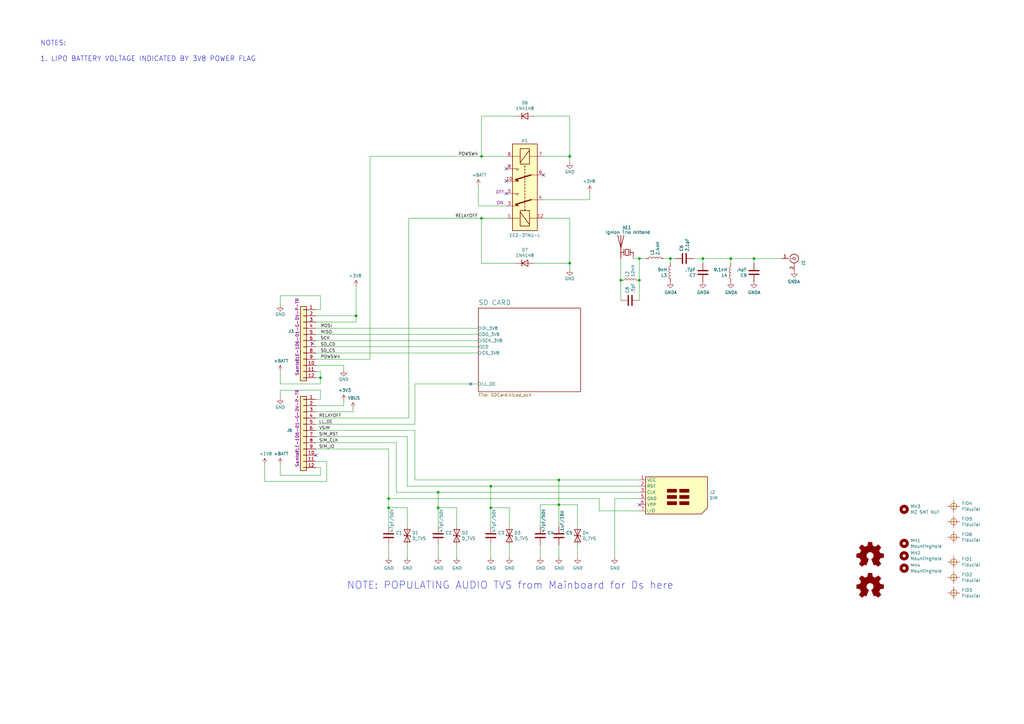
<source format=kicad_sch>
(kicad_sch (version 20230121) (generator eeschema)
  (paper "A3")
  (title_block (title "4G ROTARY CELLPHONE DAUGHTERBOARD") (company "J. Haupt") (comment 1 "Sky's Edge"))
  (lib_symbols
    (symbol "Connector:Conn_Coaxial" (pin_names (offset 1.016) hide)
      (property "Reference" "J" (at 0.254 3.048 0))
      (property "Value" "Conn_Coaxial" (at 2.921 0 90))
      (symbol "Conn_Coaxial_0_1"
        (arc (start -1.778 -0.508) (mid 0.222 -1.808) (end 1.778 0) (stroke (width 0.254)))
        (polyline (pts (xy -2.54 0) (xy -0.508 0)))
        (polyline (pts (xy 0 -2.54) (xy 0 -1.778)))
        (circle (center 0 0) (radius 0.508) (stroke (width 0.2032)))
        (arc (start 1.778 0) (mid 0.222 1.8083) (end -1.778 0.508) (stroke (width 0.254)))
      )
      (symbol "Conn_Coaxial_1_1"
        (pin passive line (at -5.08 0 0) (length 2.54) (name "In") (number "1"))
        (pin passive line (at 0 -5.08 90) (length 2.54) (name "Ext") (number "2"))
      )
    )
    (symbol "Connector:SIM_Card"
      (property "Reference" "J" (at -2.54 12.7 0))
      (property "Value" "SIM_Card" (at -1.27 10.16 0))
      (symbol "SIM_Card_0_1"
        (rectangle (start -1.27 -2.54) (end 2.54 -1.27) (stroke (width 0.254)) (fill (type outline)))
        (rectangle (start -1.27 0) (end 2.54 1.27) (stroke (width 0.254)) (fill (type outline)))
        (rectangle (start -1.27 2.54) (end 2.54 3.81) (stroke (width 0.254)) (fill (type outline)))
        (polyline (pts (xy -10.16 8.89) (xy 15.24 8.89) (xy 15.24 -3.81) (xy 12.7 -6.35) (xy -10.16 -6.35) (xy -10.16 8.89)) (stroke (width 0.254)) (fill (type background)))
        (rectangle (start 3.81 -1.27) (end 7.62 -2.54) (stroke (width 0.254)) (fill (type outline)))
        (rectangle (start 3.81 0) (end 7.62 1.27) (stroke (width 0.254)) (fill (type outline)))
        (rectangle (start 3.81 2.54) (end 7.62 3.81) (stroke (width 0.254)) (fill (type outline)))
      )
      (symbol "SIM_Card_1_1"
        (pin power_in line (at -12.7 7.62 0) (length 2.54) (name "VCC") (number "1"))
        (pin input line (at -12.7 5.08 0) (length 2.54) (name "RST") (number "2"))
        (pin input line (at -12.7 2.54 0) (length 2.54) (name "CLK") (number "3"))
        (pin power_in line (at -12.7 0 0) (length 2.54) (name "GND") (number "5"))
        (pin input line (at -12.7 -2.54 0) (length 2.54) (name "VPP") (number "6"))
        (pin bidirectional line (at -12.7 -5.08 0) (length 2.54) (name "I/O") (number "7"))
      )
    )
    (symbol "Connector_Generic:Conn_01x12" (pin_names (offset 1.016) hide)
      (property "Reference" "J" (at 0 15.24 0))
      (property "Value" "Conn_01x12" (at 0 -17.78 0))
      (symbol "Conn_01x12_1_1"
        (rectangle (start -1.27 -15.113) (end 0 -15.367) (stroke (width 0.1524)))
        (rectangle (start -1.27 -12.573) (end 0 -12.827) (stroke (width 0.1524)))
        (rectangle (start -1.27 -10.033) (end 0 -10.287) (stroke (width 0.1524)))
        (rectangle (start -1.27 -7.493) (end 0 -7.747) (stroke (width 0.1524)))
        (rectangle (start -1.27 -4.953) (end 0 -5.207) (stroke (width 0.1524)))
        (rectangle (start -1.27 -2.413) (end 0 -2.667) (stroke (width 0.1524)))
        (rectangle (start -1.27 0.127) (end 0 -0.127) (stroke (width 0.1524)))
        (rectangle (start -1.27 2.667) (end 0 2.413) (stroke (width 0.1524)))
        (rectangle (start -1.27 5.207) (end 0 4.953) (stroke (width 0.1524)))
        (rectangle (start -1.27 7.747) (end 0 7.493) (stroke (width 0.1524)))
        (rectangle (start -1.27 10.287) (end 0 10.033) (stroke (width 0.1524)))
        (rectangle (start -1.27 12.827) (end 0 12.573) (stroke (width 0.1524)))
        (rectangle (start -1.27 13.97) (end 1.27 -16.51) (stroke (width 0.254)) (fill (type background)))
        (pin passive line (at -5.08 12.7 0) (length 3.81) (name "Pin_1") (number "1"))
        (pin passive line (at -5.08 -10.16 0) (length 3.81) (name "Pin_10") (number "10"))
        (pin passive line (at -5.08 -12.7 0) (length 3.81) (name "Pin_11") (number "11"))
        (pin passive line (at -5.08 -15.24 0) (length 3.81) (name "Pin_12") (number "12"))
        (pin passive line (at -5.08 10.16 0) (length 3.81) (name "Pin_2") (number "2"))
        (pin passive line (at -5.08 7.62 0) (length 3.81) (name "Pin_3") (number "3"))
        (pin passive line (at -5.08 5.08 0) (length 3.81) (name "Pin_4") (number "4"))
        (pin passive line (at -5.08 2.54 0) (length 3.81) (name "Pin_5") (number "5"))
        (pin passive line (at -5.08 0 0) (length 3.81) (name "Pin_6") (number "6"))
        (pin passive line (at -5.08 -2.54 0) (length 3.81) (name "Pin_7") (number "7"))
        (pin passive line (at -5.08 -5.08 0) (length 3.81) (name "Pin_8") (number "8"))
        (pin passive line (at -5.08 -7.62 0) (length 3.81) (name "Pin_9") (number "9"))
      )
    )
    (symbol "Device:Antenna_Chip" (pin_numbers hide) (pin_names (offset 1.016) hide)
      (property "Reference" "AE" (at 0 5.08 0))
      (property "Value" "Antenna_Chip" (at 0 3.175 0))
      (symbol "Antenna_Chip_0_1"
        (polyline (pts (xy -2.54 0) (xy -2.54 -0.635)) (stroke (width 0.254)))
        (polyline (pts (xy -2.54 0) (xy -1.27 0)) (stroke (width 0.254)))
        (polyline (pts (xy 1.27 0) (xy 2.54 0)) (stroke (width 0.254)))
        (polyline (pts (xy 1.27 1.27) (xy 1.27 -1.27)) (stroke (width 0.254)))
        (polyline (pts (xy 2.54 -0.635) (xy 2.54 0)))
        (polyline (pts (xy 2.54 6.985) (xy 2.54 -1.905)) (stroke (width 0.254)))
        (polyline (pts (xy -1.27 1.27) (xy -1.27 -1.27) (xy -1.27 0)) (stroke (width 0.254)))
        (polyline (pts (xy 3.81 6.985) (xy 2.54 1.905) (xy 1.27 6.985)) (stroke (width 0.254)))
        (polyline (pts (xy -0.635 1.27) (xy 0.635 1.27) (xy 0.635 -1.27) (xy -0.635 -1.27) (xy -0.635 1.27)) (stroke (width 0.254)))
      )
      (symbol "Antenna_Chip_1_1"
        (pin input line (at -2.54 -2.54 90) (length 2.54) (name "FEED") (number "1"))
        (pin passive line (at 2.54 -2.54 90) (length 2.54) (name "PCB_Trace") (number "2"))
      )
    )
    (symbol "Device:C" (pin_numbers hide) (pin_names (offset 0.254))
      (property "Reference" "C" (at 0.635 2.54 0))
      (property "Value" "C" (at 0.635 -2.54 0))
      (symbol "C_0_1"
        (polyline (pts (xy -2.032 -0.762) (xy 2.032 -0.762)) (stroke (width 0.508)))
        (polyline (pts (xy -2.032 0.762) (xy 2.032 0.762)) (stroke (width 0.508)))
      )
      (symbol "C_1_1"
        (pin passive line (at 0 3.81 270) (length 2.794) (name "~") (number "1"))
        (pin passive line (at 0 -3.81 90) (length 2.794) (name "~") (number "2"))
      )
    )
    (symbol "Device:D_TVS" (pin_numbers hide) (pin_names (offset 1.016) hide)
      (property "Reference" "D" (at 0 2.54 0))
      (property "Value" "D_TVS" (at 0 -2.54 0))
      (symbol "D_TVS_0_1"
        (polyline (pts (xy 1.27 0) (xy -1.27 0)))
        (polyline (pts (xy 0.508 1.27) (xy 0 1.27) (xy 0 -1.27) (xy -0.508 -1.27)) (stroke (width 0.254)))
        (polyline (pts (xy -2.54 1.27) (xy -2.54 -1.27) (xy 2.54 1.27) (xy 2.54 -1.27) (xy -2.54 1.27)) (stroke (width 0.254)))
      )
      (symbol "D_TVS_1_1"
        (pin passive line (at -3.81 0 0) (length 2.54) (name "A1") (number "1"))
        (pin passive line (at 3.81 0 180) (length 2.54) (name "A2") (number "2"))
      )
    )
    (symbol "Device:L" (pin_numbers hide) (pin_names (offset 1.016) hide)
      (property "Reference" "L" (at -1.27 0 90))
      (property "Value" "L" (at 1.905 0 90))
      (symbol "L_0_1"
        (arc (start 0 -2.54) (mid 0.6323 -1.905) (end 0 -1.27))
        (arc (start 0 -1.27) (mid 0.6323 -0.635) (end 0 0))
        (arc (start 0 0) (mid 0.6323 0.635) (end 0 1.27))
        (arc (start 0 1.27) (mid 0.6323 1.905) (end 0 2.54))
      )
      (symbol "L_1_1"
        (pin passive line (at 0 3.81 270) (length 1.27) (name "1") (number "1"))
        (pin passive line (at 0 -3.81 90) (length 1.27) (name "2") (number "2"))
      )
    )
    (symbol "Diode:1N4148" (pin_numbers hide) (pin_names (offset 1.016) hide)
      (property "Reference" "D" (at 0 2.54 0))
      (property "Value" "1N4148" (at 0 -2.54 0))
      (symbol "1N4148_0_1"
        (polyline (pts (xy -1.27 1.27) (xy -1.27 -1.27)) (stroke (width 0.254)))
        (polyline (pts (xy 1.27 0) (xy -1.27 0)))
        (polyline (pts (xy 1.27 1.27) (xy 1.27 -1.27) (xy -1.27 0) (xy 1.27 1.27)) (stroke (width 0.254)))
      )
      (symbol "1N4148_1_1"
        (pin passive line (at -3.81 0 0) (length 2.54) (name "K") (number "1"))
        (pin passive line (at 3.81 0 180) (length 2.54) (name "A") (number "2"))
      )
    )
    (symbol "Graphic:Logo_Open_Hardware_Small" (pin_names (offset 1.016))
      (symbol "Logo_Open_Hardware_Small_0_1"
        (polyline (pts (xy 3.3528 -4.3434) (xy 3.302 -4.318) (xy 3.175 -4.2418) (xy 2.9972 -4.1148) (xy 2.7686 -3.9624) (xy 2.54 -3.81) (xy 2.3622 -3.7084) (xy 2.2352 -3.6068) (xy 2.1844 -3.5814) (xy 2.159 -3.6068) (xy 2.0574 -3.6576) (xy 1.905 -3.7338) (xy 1.8034 -3.7846) (xy 1.6764 -3.8354) (xy 1.6002 -3.8354) (xy 1.6002 -3.8354) (xy 1.5494 -3.7338) (xy 1.4732 -3.5306) (xy 1.3462 -3.302) (xy 1.2446 -3.0226) (xy 1.1176 -2.7178) (xy 0.9652 -2.413) (xy 0.8636 -2.1082) (xy 0.7366 -1.8288) (xy 0.6604 -1.6256) (xy 0.6096 -1.4732) (xy 0.5842 -1.397) (xy 0.5842 -1.397) (xy 0.6604 -1.3208) (xy 0.7874 -1.2446) (xy 1.0414 -1.016) (xy 1.2954 -0.6858) (xy 1.4478 -0.3302) (xy 1.524 0.0762) (xy 1.4732 0.4572) (xy 1.3208 0.8128) (xy 1.0668 1.143) (xy 0.762 1.3716) (xy 0.4064 1.524) (xy 0 1.5748) (xy -0.381 1.5494) (xy -0.7366 1.397) (xy -1.0668 1.143) (xy -1.2192 0.9906) (xy -1.397 0.6604) (xy -1.524 0.3048) (xy -1.524 0.2286) (xy -1.4986 -0.1778) (xy -1.397 -0.5334) (xy -1.1938 -0.8636) (xy -0.9144 -1.143) (xy -0.8636 -1.1684) (xy -0.7366 -1.27) (xy -0.635 -1.3462) (xy -0.5842 -1.397) (xy -1.0668 -2.5908) (xy -1.143 -2.794) (xy -1.2954 -3.1242) (xy -1.397 -3.4036) (xy -1.4986 -3.6322) (xy -1.5748 -3.7846) (xy -1.6002 -3.8354) (xy -1.6002 -3.8354) (xy -1.651 -3.8354) (xy -1.7272 -3.81) (xy -1.905 -3.7338) (xy -2.0066 -3.683) (xy -2.1336 -3.6068) (xy -2.2098 -3.5814) (xy -2.2606 -3.6068) (xy -2.3622 -3.683) (xy -2.54 -3.81) (xy -2.7686 -3.9624) (xy -2.9718 -4.0894) (xy -3.1496 -4.2164) (xy -3.302 -4.318) (xy -3.3528 -4.3434) (xy -3.3782 -4.3434) (xy -3.429 -4.318) (xy -3.5306 -4.2164) (xy -3.7084 -4.064) (xy -3.937 -3.8354) (xy -3.9624 -3.81) (xy -4.1656 -3.6068) (xy -4.318 -3.4544) (xy -4.4196 -3.3274) (xy -4.445 -3.2766) (xy -4.445 -3.2766) (xy -4.4196 -3.2258) (xy -4.318 -3.0734) (xy -4.2164 -2.8956) (xy -4.064 -2.667) (xy -3.6576 -2.0828) (xy -3.8862 -1.5494) (xy -3.937 -1.3716) (xy -4.0386 -1.1684) (xy -4.0894 -1.0414) (xy -4.1148 -0.9652) (xy -4.191 -0.9398) (xy -4.318 -0.9144) (xy -4.5466 -0.8636) (xy -4.8006 -0.8128) (xy -5.0546 -0.7874) (xy -5.2578 -0.7366) (xy -5.4356 -0.7112) (xy -5.5118 -0.6858) (xy -5.5118 -0.6858) (xy -5.5372 -0.635) (xy -5.5372 -0.5588) (xy -5.5372 -0.4318) (xy -5.5626 -0.2286) (xy -5.5626 0.0762) (xy -5.5626 0.127) (xy -5.5372 0.4064) (xy -5.5372 0.635) (xy -5.5372 0.762) (xy -5.5372 0.8382) (xy -5.5372 0.8382) (xy -5.461 0.8382) (xy -5.3086 0.889) (xy -5.08 0.9144) (xy -4.826 0.9652) (xy -4.8006 0.9906) (xy -4.5466 1.0414) (xy -4.318 1.0668) (xy -4.1656 1.1176) (xy -4.0894 1.143) (xy -4.0894 1.143) (xy -4.0386 1.2446) (xy -3.9624 1.4224) (xy -3.8608 1.6256) (xy -3.7846 1.8288) (xy -3.7084 2.0066) (xy -3.6576 2.159) (xy -3.6322 2.2098) (xy -3.6322 2.2098) (xy -3.683 2.286) (xy -3.7592 2.413) (xy -3.8862 2.5908) (xy -4.064 2.8194) (xy -4.064 2.8448) (xy -4.2164 3.0734) (xy -4.3434 3.2512) (xy -4.4196 3.3782) (xy -4.445 3.4544) (xy -4.445 3.4544) (xy -4.3942 3.5052) (xy -4.2926 3.6322) (xy -4.1148 3.81) (xy -3.937 4.0132) (xy -3.8608 4.064) (xy -3.6576 4.2926) (xy -3.5052 4.4196) (xy -3.4036 4.4958) (xy -3.3528 4.5212) (xy -3.3528 4.5212) (xy -3.302 4.4704) (xy -3.1496 4.3688) (xy -2.9718 4.2418) (xy -2.7432 4.0894) (xy -2.7178 4.0894) (xy -2.4892 3.937) (xy -2.3114 3.81) (xy -2.1844 3.7084) (xy -2.1336 3.683) (xy -2.1082 3.683) (xy -2.032 3.7084) (xy -1.8542 3.7592) (xy -1.6764 3.8354) (xy -1.4732 3.937) (xy -1.27 4.0132) (xy -1.143 4.064) (xy -1.0668 4.1148) (xy -1.0668 4.1148) (xy -1.0414 4.191) (xy -1.016 4.3434) (xy -0.9652 4.572) (xy -0.9144 4.8514) (xy -0.889 4.9022) (xy -0.8382 5.1562) (xy -0.8128 5.3848) (xy -0.7874 5.5372) (xy -0.762 5.588) (xy -0.7112 5.6134) (xy -0.5842 5.6134) (xy -0.4064 5.6134) (xy -0.1524 5.6134) (xy 0.0762 5.6134) (xy 0.3302 5.6134) (xy 0.5334 5.6134) (xy 0.6858 5.588) (xy 0.7366 5.588) (xy 0.7366 5.588) (xy 0.762 5.5118) (xy 0.8128 5.334) (xy 0.8382 5.1054) (xy 0.9144 4.826) (xy 0.9144 4.7752) (xy 0.9652 4.5212) (xy 1.016 4.2926) (xy 1.0414 4.1402) (xy 1.0668 4.0894) (xy 1.0668 4.0894) (xy 1.1938 4.0386) (xy 1.3716 3.9624) (xy 1.5748 3.8608) (xy 2.0828 3.6576) (xy 2.7178 4.0894) (xy 2.7686 4.1402) (xy 2.9972 4.2926) (xy 3.175 4.4196) (xy 3.302 4.4958) (xy 3.3782 4.5212) (xy 3.3782 4.5212) (xy 3.429 4.4704) (xy 3.556 4.3434) (xy 3.7338 4.191) (xy 3.9116 3.9878) (xy 4.064 3.8354) (xy 4.2418 3.6576) (xy 4.3434 3.556) (xy 4.4196 3.4798) (xy 4.4196 3.429) (xy 4.4196 3.4036) (xy 4.3942 3.3274) (xy 4.2926 3.2004) (xy 4.1656 2.9972) (xy 4.0132 2.794) (xy 3.8862 2.5908) (xy 3.7592 2.3876) (xy 3.6576 2.2352) (xy 3.6322 2.159) (xy 3.6322 2.1336) (xy 3.683 2.0066) (xy 3.7592 1.8288) (xy 3.8608 1.6002) (xy 4.064 1.1176) (xy 4.3942 1.0414) (xy 4.5974 1.016) (xy 4.8768 0.9652) (xy 5.1308 0.9144) (xy 5.5372 0.8382) (xy 5.5626 -0.6604) (xy 5.4864 -0.6858) (xy 5.4356 -0.6858) (xy 5.2832 -0.7366) (xy 5.0546 -0.762) (xy 4.8006 -0.8128) (xy 4.5974 -0.8636) (xy 4.3688 -0.9144) (xy 4.2164 -0.9398) (xy 4.1402 -0.9398) (xy 4.1148 -0.9652) (xy 4.064 -1.0668) (xy 3.9878 -1.2446) (xy 3.9116 -1.4478) (xy 3.81 -1.651) (xy 3.7338 -1.8542) (xy 3.683 -2.0066) (xy 3.6576 -2.0828) (xy 3.683 -2.1336) (xy 3.7846 -2.2606) (xy 3.8862 -2.4638) (xy 4.0386 -2.667) (xy 4.191 -2.8956) (xy 4.318 -3.0734) (xy 4.3942 -3.2004) (xy 4.445 -3.2766) (xy 4.4196 -3.3274) (xy 4.3434 -3.429) (xy 4.1656 -3.5814) (xy 3.937 -3.8354) (xy 3.8862 -3.8608) (xy 3.683 -4.064) (xy 3.5306 -4.2164) (xy 3.4036 -4.318) (xy 3.3528 -4.3434)) (fill (type outline)))
      )
    )
    (symbol "Mechanical:MountingHole" (pin_names (offset 1.016))
      (property "Reference" "H" (at 0 5.08 0))
      (property "Value" "MountingHole" (at 0 3.175 0))
      (symbol "MountingHole_0_1"
        (circle (center 0 0) (radius 1.27) (stroke (width 1.27)))
      )
    )
    (symbol "MyLibrary:Fiducial" (pin_names (offset 1.016))
      (property "Reference" "FID" (at 0 -3.81 0))
      (property "Value" "MyLibrary_Fiducial" (at 0 3.81 0))
      (symbol "Fiducial_0_1"
        (polyline (pts (xy -2.54 0) (xy 2.54 0)))
        (polyline (pts (xy 0 -2.54) (xy 0 2.54)))
        (circle (center 0 0) (radius 1.27) (fill (type background)))
      )
    )
    (symbol "MyLibrary:RELAY_2COIL" (pin_names (offset 1.016))
      (property "Reference" "K" (at -17.78 6.35 0))
      (property "Value" "MyLibrary_RELAY_2COIL" (at 20.32 -6.35 0))
      (symbol "RELAY_2COIL_1_1"
        (rectangle (start -17.78 5.08) (end 17.78 -5.08) (stroke (width 0.254)) (fill (type background)))
        (rectangle (start -15.875 1.905) (end -9.525 -1.905) (stroke (width 0.254)))
        (polyline (pts (xy -15.24 -1.905) (xy -10.16 1.905)) (stroke (width 0.254)))
        (polyline (pts (xy -12.7 -5.08) (xy -12.7 -1.905)))
        (polyline (pts (xy -12.7 5.08) (xy -12.7 1.905)))
        (polyline (pts (xy -9.525 0) (xy -8.89 0)) (stroke (width 0.254)))
        (polyline (pts (xy -9.525 0) (xy -8.89 0)) (stroke (width 0.254)))
        (polyline (pts (xy -8.255 0) (xy -7.62 0)) (stroke (width 0.254)))
        (polyline (pts (xy -7.62 2.54) (xy -7.62 5.08)))
        (polyline (pts (xy -6.985 0) (xy -6.35 0)) (stroke (width 0.254)))
        (polyline (pts (xy -5.715 0) (xy -5.08 0)) (stroke (width 0.254)))
        (polyline (pts (xy -5.08 -2.54) (xy -6.985 3.81)) (stroke (width 0.508)))
        (polyline (pts (xy -5.08 -2.54) (xy -5.08 -5.08)))
        (polyline (pts (xy -4.445 0) (xy -3.81 0)) (stroke (width 0.254)))
        (polyline (pts (xy -3.175 0) (xy -2.54 0)) (stroke (width 0.254)))
        (polyline (pts (xy -2.54 2.54) (xy -2.54 5.08)))
        (polyline (pts (xy -1.905 0) (xy -1.27 0)) (stroke (width 0.254)))
        (polyline (pts (xy -0.635 0) (xy 0 0)) (stroke (width 0.254)))
        (polyline (pts (xy 0.635 0) (xy 1.27 0)) (stroke (width 0.254)))
        (polyline (pts (xy 1.905 0) (xy 2.54 0)) (stroke (width 0.254)))
        (polyline (pts (xy 2.54 2.54) (xy 2.54 5.08)))
        (polyline (pts (xy 3.175 0) (xy 3.81 0)) (stroke (width 0.254)))
        (polyline (pts (xy 4.445 0) (xy 5.08 0)) (stroke (width 0.254)))
        (polyline (pts (xy 5.08 -2.54) (xy 3.175 3.81)) (stroke (width 0.508)))
        (polyline (pts (xy 5.08 -2.54) (xy 5.08 -5.08)))
        (polyline (pts (xy 5.715 0) (xy 6.35 0)) (stroke (width 0.254)))
        (polyline (pts (xy 6.985 0) (xy 7.62 0)) (stroke (width 0.254)))
        (polyline (pts (xy 7.62 2.54) (xy 7.62 5.08)))
        (polyline (pts (xy 8.255 0) (xy 8.89 0)) (stroke (width 0.254)))
        (polyline (pts (xy 8.255 0) (xy 8.89 0)) (stroke (width 0.254)))
        (polyline (pts (xy 12.7 -5.08) (xy 12.7 -1.905)))
        (polyline (pts (xy 12.7 5.08) (xy 12.7 1.905)))
        (polyline (pts (xy 15.24 -1.905) (xy 10.16 1.905)) (stroke (width 0.254)))
        (polyline (pts (xy -7.62 2.54) (xy -6.985 3.175) (xy -7.62 3.81)) (fill (type outline)))
        (polyline (pts (xy -2.54 2.54) (xy -3.175 3.175) (xy -2.54 3.81)))
        (polyline (pts (xy 2.54 2.54) (xy 3.175 3.175) (xy 2.54 3.81)) (fill (type outline)))
        (polyline (pts (xy 7.62 2.54) (xy 6.985 3.175) (xy 7.62 3.81)))
        (rectangle (start 15.875 1.905) (end 9.525 -1.905) (stroke (width 0.254)))
        (pin passive line (at -12.7 7.62 270) (length 2.54) (name "~") (number "1"))
        (pin passive line (at 2.54 7.62 270) (length 2.54) (name "~") (number "10"))
        (pin passive line (at -12.7 -7.62 90) (length 2.54) (name "~") (number "12"))
        (pin passive line (at -7.62 7.62 270) (length 2.54) (name "~") (number "3"))
        (pin passive line (at -5.08 -7.62 90) (length 2.54) (name "~") (number "4"))
        (pin passive line (at -2.54 7.62 270) (length 2.54) (name "~") (number "5"))
        (pin passive line (at 12.7 7.62 270) (length 2.54) (name "~") (number "6"))
        (pin passive line (at 12.7 -7.62 90) (length 2.54) (name "~") (number "7"))
        (pin passive line (at 7.62 7.62 270) (length 2.54) (name "~") (number "8"))
        (pin passive line (at 5.08 -7.62 90) (length 2.54) (name "~") (number "9"))
      )
    )
    (symbol "power:+1V8" (power) (pin_names (offset 0))
      (property "Value" "+1V8" (at 0 3.556 0))
      (symbol "+1V8_0_1"
        (polyline (pts (xy -0.762 1.27) (xy 0 2.54)))
        (polyline (pts (xy 0 0) (xy 0 2.54)))
        (polyline (pts (xy 0 2.54) (xy 0.762 1.27)))
      )
      (symbol "+1V8_1_1"
        (pin power_in line (at 0 0 90) (length 0) hide (name "+1V8") (number "1"))
      )
    )
    (symbol "power:+3V3" (power) (pin_names (offset 0))
      (property "Value" "+3V3" (at 0 3.556 0))
      (symbol "+3V3_0_1"
        (polyline (pts (xy -0.762 1.27) (xy 0 2.54)))
        (polyline (pts (xy 0 0) (xy 0 2.54)))
        (polyline (pts (xy 0 2.54) (xy 0.762 1.27)))
      )
      (symbol "+3V3_1_1"
        (pin power_in line (at 0 0 90) (length 0) hide (name "+3V3") (number "1"))
      )
    )
    (symbol "power:+3V8" (power) (pin_names (offset 0))
      (property "Value" "+3V8" (at 0 3.556 0))
      (symbol "+3V8_0_1"
        (polyline (pts (xy -0.762 1.27) (xy 0 2.54)))
        (polyline (pts (xy 0 0) (xy 0 2.54)))
        (polyline (pts (xy 0 2.54) (xy 0.762 1.27)))
      )
      (symbol "+3V8_1_1"
        (pin power_in line (at 0 0 90) (length 0) hide (name "+3V8") (number "1"))
      )
    )
    (symbol "power:+BATT" (power) (pin_names (offset 0))
      (property "Value" "+BATT" (at 0 3.556 0))
      (symbol "+BATT_0_1"
        (polyline (pts (xy -0.762 1.27) (xy 0 2.54)))
        (polyline (pts (xy 0 0) (xy 0 2.54)))
        (polyline (pts (xy 0 2.54) (xy 0.762 1.27)))
      )
      (symbol "+BATT_1_1"
        (pin power_in line (at 0 0 90) (length 0) hide (name "+BATT") (number "1"))
      )
    )
    (symbol "power:GND" (power) (pin_names (offset 0))
      (property "Value" "GND" (at 0 -3.81 0))
      (symbol "GND_0_1"
        (polyline (pts (xy 0 0) (xy 0 -1.27) (xy 1.27 -1.27) (xy 0 -2.54) (xy -1.27 -1.27) (xy 0 -1.27)))
      )
      (symbol "GND_1_1"
        (pin power_in line (at 0 0 270) (length 0) hide (name "GND") (number "1"))
      )
    )
    (symbol "power:GNDA" (power) (pin_names (offset 0))
      (property "Value" "GNDA" (at 0 -3.81 0))
      (symbol "GNDA_0_1"
        (polyline (pts (xy 0 0) (xy 0 -1.27) (xy 1.27 -1.27) (xy 0 -2.54) (xy -1.27 -1.27) (xy 0 -1.27)))
      )
      (symbol "GNDA_1_1"
        (pin power_in line (at 0 0 270) (length 0) hide (name "GNDA") (number "1"))
      )
    )
    (symbol "power:VBUS" (power) (pin_names (offset 0))
      (property "Value" "VBUS" (at 0 3.81 0))
      (symbol "VBUS_0_1"
        (polyline (pts (xy -0.762 1.27) (xy 0 2.54)))
        (polyline (pts (xy 0 0) (xy 0 2.54)))
        (polyline (pts (xy 0 2.54) (xy 0.762 1.27)))
      )
      (symbol "VBUS_1_1"
        (pin power_in line (at 0 0 90) (length 0) hide (name "VBUS") (number "1"))
      )
    )
  )
  (junction (at 201.295 208.28))
  (junction (at 233.68 64.135))
  (junction (at 254.635 114.935))
  (junction (at 179.705 201.93))
  (junction (at 233.68 107.95))
  (junction (at 229.235 196.85))
  (junction (at 197.485 89.535))
  (junction (at 159.385 208.28))
  (junction (at 309.245 106.045))
  (junction (at 131.445 154.94))
  (junction (at 262.255 114.935))
  (junction (at 274.955 106.045))
  (junction (at 201.295 199.39))
  (junction (at 229.235 207.01))
  (junction (at 197.485 64.135))
  (junction (at 179.705 208.28))
  (junction (at 146.05 129.54))
  (junction (at 159.385 204.47))
  (junction (at 262.255 106.045))
  (junction (at 288.29 106.045))
  (junction (at 299.72 106.045))
  (no_connect (at 207.645 69.215))
  (no_connect (at 207.645 74.295))
  (no_connect (at 128.27 140.97))
  (no_connect (at 193.04 157.48))
  (no_connect (at 207.645 79.375))
  (no_connect (at 222.885 71.755))
  (no_connect (at 129.54 186.69))
  (no_connect (at 262.255 207.01))
  (wire (pts (xy 197.485 64.135) (xy 197.485 47.625)))
  (wire (pts (xy 262.255 204.47) (xy 252.095 204.47)))
  (wire (pts (xy 133.985 189.23) (xy 133.985 197.485)))
  (wire (pts (xy 201.295 208.28) (xy 201.295 199.39)))
  (wire (pts (xy 144.78 168.91) (xy 129.54 168.91)))
  (wire (pts (xy 229.235 196.85) (xy 170.18 196.85)))
  (wire (pts (xy 129.54 132.08) (xy 146.05 132.08)))
  (wire (pts (xy 133.985 197.485) (xy 108.585 197.485)))
  (wire (pts (xy 179.705 215.9) (xy 179.705 208.28)))
  (wire (pts (xy 229.235 196.85) (xy 262.255 196.85)))
  (wire (pts (xy 170.18 196.85) (xy 170.18 176.53)))
  (wire (pts (xy 146.05 132.08) (xy 146.05 129.54)))
  (wire (pts (xy 129.54 144.78) (xy 196.215 144.78)))
  (wire (pts (xy 131.445 163.83) (xy 131.445 160.02)))
  (wire (pts (xy 201.295 215.9) (xy 201.295 208.28)))
  (wire (pts (xy 167.005 199.39) (xy 201.295 199.39)))
  (wire (pts (xy 236.855 215.9) (xy 236.855 207.01)))
  (wire (pts (xy 146.05 117.475) (xy 146.05 129.54)))
  (wire (pts (xy 201.295 199.39) (xy 262.255 199.39)))
  (wire (pts (xy 201.295 223.52) (xy 201.295 228.6)))
  (wire (pts (xy 233.68 64.135) (xy 222.885 64.135)))
  (wire (pts (xy 114.935 160.02) (xy 114.935 163.195)))
  (wire (pts (xy 151.765 64.135) (xy 197.485 64.135)))
  (wire (pts (xy 236.855 228.6) (xy 236.855 223.52)))
  (wire (pts (xy 187.325 208.28) (xy 179.705 208.28)))
  (wire (pts (xy 179.705 208.28) (xy 179.705 201.93)))
  (wire (pts (xy 245.745 204.47) (xy 245.745 209.55)))
  (wire (pts (xy 211.455 107.95) (xy 197.485 107.95)))
  (wire (pts (xy 274.955 107.95) (xy 274.955 106.045)))
  (wire (pts (xy 254.635 114.935) (xy 254.635 123.19)))
  (wire (pts (xy 167.64 89.535) (xy 197.485 89.535)))
  (wire (pts (xy 129.54 179.07) (xy 167.005 179.07)))
  (wire (pts (xy 236.855 207.01) (xy 229.235 207.01)))
  (wire (pts (xy 131.445 154.94) (xy 131.445 157.48)))
  (wire (pts (xy 129.54 163.83) (xy 131.445 163.83)))
  (wire (pts (xy 146.05 129.54) (xy 129.54 129.54)))
  (wire (pts (xy 241.935 81.915) (xy 241.935 78.74)))
  (wire (pts (xy 129.54 152.4) (xy 131.445 152.4)))
  (wire (pts (xy 197.485 47.625) (xy 211.455 47.625)))
  (wire (pts (xy 129.54 166.37) (xy 140.97 166.37)))
  (wire (pts (xy 229.235 215.9) (xy 229.235 207.01)))
  (wire (pts (xy 151.765 147.32) (xy 151.765 64.135)))
  (wire (pts (xy 108.585 197.485) (xy 108.585 190.5)))
  (wire (pts (xy 233.68 66.675) (xy 233.68 64.135)))
  (wire (pts (xy 129.54 149.86) (xy 140.97 149.86)))
  (wire (pts (xy 196.215 84.455) (xy 207.645 84.455)))
  (wire (pts (xy 129.54 184.15) (xy 159.385 184.15)))
  (wire (pts (xy 179.705 223.52) (xy 179.705 228.6)))
  (wire (pts (xy 170.18 173.99) (xy 170.18 157.48)))
  (wire (pts (xy 229.235 207.01) (xy 221.615 207.01)))
  (wire (pts (xy 288.29 106.045) (xy 288.29 107.95)))
  (wire (pts (xy 219.075 47.625) (xy 233.68 47.625)))
  (wire (pts (xy 129.54 189.23) (xy 133.985 189.23)))
  (wire (pts (xy 140.97 164.465) (xy 140.97 166.37)))
  (wire (pts (xy 262.255 106.045) (xy 264.795 106.045)))
  (wire (pts (xy 114.935 190.5) (xy 114.935 194.945)))
  (wire (pts (xy 208.915 215.9) (xy 208.915 208.28)))
  (wire (pts (xy 254.635 106.045) (xy 254.635 114.935)))
  (wire (pts (xy 167.005 215.9) (xy 167.005 208.28)))
  (wire (pts (xy 233.68 47.625) (xy 233.68 64.135)))
  (wire (pts (xy 259.715 106.045) (xy 262.255 106.045)))
  (wire (pts (xy 170.18 173.99) (xy 129.54 173.99)))
  (wire (pts (xy 167.64 171.45) (xy 167.64 89.535)))
  (wire (pts (xy 245.745 209.55) (xy 262.255 209.55)))
  (wire (pts (xy 197.485 107.95) (xy 197.485 89.535)))
  (wire (pts (xy 114.935 125.095) (xy 114.935 121.285)))
  (wire (pts (xy 262.255 114.935) (xy 262.255 106.045)))
  (wire (pts (xy 262.255 114.935) (xy 262.255 123.19)))
  (wire (pts (xy 159.385 184.15) (xy 159.385 204.47)))
  (wire (pts (xy 159.385 215.9) (xy 159.385 208.28)))
  (wire (pts (xy 222.885 81.915) (xy 241.935 81.915)))
  (wire (pts (xy 309.245 106.045) (xy 320.675 106.045)))
  (wire (pts (xy 114.935 121.285) (xy 131.445 121.285)))
  (wire (pts (xy 221.615 207.01) (xy 221.615 215.9)))
  (wire (pts (xy 131.445 194.945) (xy 131.445 191.77)))
  (wire (pts (xy 159.385 208.28) (xy 159.385 204.47)))
  (wire (pts (xy 196.215 76.2) (xy 196.215 84.455)))
  (wire (pts (xy 274.955 106.045) (xy 276.86 106.045)))
  (wire (pts (xy 208.915 223.52) (xy 208.915 228.6)))
  (wire (pts (xy 162.56 201.93) (xy 179.705 201.93)))
  (wire (pts (xy 207.645 64.135) (xy 197.485 64.135)))
  (wire (pts (xy 140.97 151.765) (xy 140.97 149.86)))
  (wire (pts (xy 129.54 171.45) (xy 167.64 171.45)))
  (wire (pts (xy 309.245 107.95) (xy 309.245 106.045)))
  (wire (pts (xy 222.885 89.535) (xy 233.68 89.535)))
  (wire (pts (xy 129.54 127) (xy 131.445 127)))
  (wire (pts (xy 272.415 106.045) (xy 274.955 106.045)))
  (wire (pts (xy 162.56 181.61) (xy 162.56 201.93)))
  (wire (pts (xy 229.235 223.52) (xy 229.235 228.6)))
  (wire (pts (xy 167.005 179.07) (xy 167.005 199.39)))
  (wire (pts (xy 221.615 223.52) (xy 221.615 228.6)))
  (wire (pts (xy 129.54 147.32) (xy 151.765 147.32)))
  (wire (pts (xy 114.935 157.48) (xy 114.935 152.4)))
  (wire (pts (xy 229.235 207.01) (xy 229.235 196.85)))
  (wire (pts (xy 129.54 137.16) (xy 196.215 137.16)))
  (wire (pts (xy 299.72 106.045) (xy 288.29 106.045)))
  (wire (pts (xy 284.48 106.045) (xy 288.29 106.045)))
  (wire (pts (xy 233.68 107.95) (xy 233.68 89.535)))
  (wire (pts (xy 252.095 204.47) (xy 252.095 228.6)))
  (wire (pts (xy 131.445 157.48) (xy 114.935 157.48)))
  (wire (pts (xy 129.54 142.24) (xy 196.215 142.24)))
  (wire (pts (xy 129.54 191.77) (xy 131.445 191.77)))
  (wire (pts (xy 219.075 107.95) (xy 233.68 107.95)))
  (wire (pts (xy 159.385 204.47) (xy 245.745 204.47)))
  (wire (pts (xy 131.445 127) (xy 131.445 121.285)))
  (wire (pts (xy 170.18 176.53) (xy 129.54 176.53)))
  (wire (pts (xy 129.54 134.62) (xy 196.215 134.62)))
  (wire (pts (xy 299.72 106.045) (xy 299.72 107.95)))
  (wire (pts (xy 309.245 106.045) (xy 299.72 106.045)))
  (wire (pts (xy 159.385 223.52) (xy 159.385 228.6)))
  (wire (pts (xy 167.005 208.28) (xy 159.385 208.28)))
  (wire (pts (xy 208.915 208.28) (xy 201.295 208.28)))
  (wire (pts (xy 129.54 154.94) (xy 131.445 154.94)))
  (wire (pts (xy 170.18 157.48) (xy 196.215 157.48)))
  (wire (pts (xy 114.935 194.945) (xy 131.445 194.945)))
  (wire (pts (xy 207.645 89.535) (xy 197.485 89.535)))
  (wire (pts (xy 233.68 110.49) (xy 233.68 107.95)))
  (wire (pts (xy 167.005 223.52) (xy 167.005 228.6)))
  (wire (pts (xy 187.325 223.52) (xy 187.325 228.6)))
  (wire (pts (xy 131.445 160.02) (xy 114.935 160.02)))
  (wire (pts (xy 187.325 215.9) (xy 187.325 208.28)))
  (wire (pts (xy 129.54 139.7) (xy 196.215 139.7)))
  (wire (pts (xy 144.78 167.64) (xy 144.78 168.91)))
  (wire (pts (xy 129.54 181.61) (xy 162.56 181.61)))
  (wire (pts (xy 131.445 152.4) (xy 131.445 154.94)))
  (wire (pts (xy 179.705 201.93) (xy 262.255 201.93)))
  (text "NOTES:\n\n1. LIPO BATTERY VOLTAGE INDICATED BY 3V8 POWER FLAG" (at 16.51 25.4 0) (effects (font (size 2.0066 2.0066)) (justify left bottom)))
  (text "NOTE: POPULATING AUDIO TVS from Mainboard for Ds here" (at 142.24 241.935 0) (effects (font (size 3 3)) (justify left bottom)))
  (label "SIM_CLK" (at 130.81 181.61 0))
  (label "RELAYOFF" (at 130.81 171.45 0))
  (label "SIM_IO" (at 130.81 184.15 0))
  (label "LL_OE" (at 130.81 173.99 0))
  (label "SIM_RST" (at 130.81 179.07 0))
  (label "SCK" (at 131.445 139.7 0))
  (label "SD_CS" (at 131.445 144.78 0))
  (label "VSIM" (at 130.81 176.53 0))
  (label "RELAYOFF" (at 186.69 89.535 0))
  (label "SD_CD" (at 131.445 142.24 0))
  (label "MOSI" (at 131.445 134.62 0))
  (label "POWSW4" (at 187.96 64.135 0))
  (label "MISO" (at 131.445 137.16 0))
  (label "POWSW4" (at 131.445 147.32 0))
  (symbol (lib_id "Mechanical:MountingHole") (at 370.84 233.045 0) (unit 1)
    (property "Reference" "MH4" (at 373.38 231.8766 0) (effects (justify left)))
    (property "Value" "MountingHole" (at 373.38 234.188 0) (effects (justify left)))
    (property "Footprint" "MountingHole:MountingHole_2.2mm_M2" (effects hide))
  )
  (symbol (lib_id "MyLibrary:Fiducial") (at 391.16 207.645 0) (unit 1)
    (property "Reference" "FID4" (at 394.4112 206.4766 0) (effects (justify left)))
    (property "Value" "Fiducial" (at 394.4112 208.788 0) (effects (justify left)))
    (property "Footprint" "Fiducial:Fiducial_0.75mm_Dia_1.5mm_Outer" (effects hide))
  )
  (symbol (lib_id "MyLibrary:Fiducial") (at 391.16 213.995 0) (unit 1)
    (property "Reference" "FID5" (at 394.4112 212.8266 0) (effects (justify left)))
    (property "Value" "Fiducial" (at 394.4112 215.138 0) (effects (justify left)))
    (property "Footprint" "Fiducial:Fiducial_0.75mm_Dia_1.5mm_Outer" (effects hide))
  )
  (symbol (lib_id "MyLibrary:Fiducial") (at 391.16 220.345 0) (unit 1)
    (property "Reference" "FID6" (at 394.4112 219.1766 0) (effects (justify left)))
    (property "Value" "Fiducial" (at 394.4112 221.488 0) (effects (justify left)))
    (property "Footprint" "Fiducial:Fiducial_0.75mm_Dia_1.5mm_Outer" (effects hide))
  )
  (symbol (lib_id "Graphic:Logo_Open_Hardware_Small") (at 356.87 227.965 0) (unit 1)
    (property "Reference" "LOGO1" (effects hide))
    (property "Value" "Logo1" (effects hide))
    (property "Footprint" "MyFootprints:SkysEdge_18mm" (effects hide))
  )
  (symbol (lib_id "Graphic:Logo_Open_Hardware_Small") (at 356.87 240.665 0) (unit 1)
    (property "Reference" "LOGO2" (effects hide))
    (property "Value" "Logo2" (effects hide))
    (property "Footprint" "MyFootprints:SkysEdge_18mm" (effects hide))
  )
  (symbol (lib_id "MyLibrary:Fiducial") (at 391.16 236.855 0) (unit 1)
    (property "Reference" "FID2" (at 394.4112 235.6866 0) (effects (justify left)))
    (property "Value" "Fiducial" (at 394.4112 237.998 0) (effects (justify left)))
    (property "Footprint" "Fiducial:Fiducial_0.75mm_Dia_1.5mm_Outer" (effects hide))
  )
  (symbol (lib_id "MyLibrary:Fiducial") (at 391.16 230.505 0) (unit 1)
    (property "Reference" "FID1" (at 394.4112 229.3366 0) (effects (justify left)))
    (property "Value" "Fiducial" (at 394.4112 231.648 0) (effects (justify left)))
    (property "Footprint" "Fiducial:Fiducial_0.75mm_Dia_1.5mm_Outer" (effects hide))
  )
  (symbol (lib_id "MyLibrary:Fiducial") (at 391.16 243.205 0) (unit 1)
    (property "Reference" "FID3" (at 394.4112 242.0366 0) (effects (justify left)))
    (property "Value" "Fiducial" (at 394.4112 244.348 0) (effects (justify left)))
    (property "Footprint" "Fiducial:Fiducial_0.75mm_Dia_1.5mm_Outer" (effects hide))
  )
  (symbol (lib_id "Connector_Generic:Conn_01x12") (at 124.46 139.7 0) (mirror y) (unit 1)
    (property "Reference" "J3" (at 119.38 135.89 0))
    (property "Value" "Conn_01x12" (effects hide))
    (property "Footprint" "MyFootprints:Samtec_2x6HeaderSocket_FLE-106-01-G-DV" (effects hide))
    (property "Mfg. Name" "Samtec" (at 121.92 150.495 90))
    (property "Mfg. Part No." "FLE-106-01-G-DV-P-TR" (at 121.92 135.255 90))
  )
  (symbol (lib_id "Connector_Generic:Conn_01x12") (at 124.46 176.53 0) (mirror y) (unit 1)
    (property "Reference" "J6" (at 118.745 176.53 0))
    (property "Value" "Conn_01x12" (effects hide))
    (property "Footprint" "MyFootprints:Samtec_2x6HeaderSocket_FLE-106-01-G-DV" (effects hide))
    (property "Mfg. Name" "Samtec" (at 121.92 187.96 90))
    (property "Mfg. Part No." "FLE-106-01-G-DV-P-TR" (at 121.92 172.72 90))
  )
  (symbol (lib_id "Connector:SIM_Card") (at 274.955 204.47 0) (unit 1)
    (property "Reference" "J2" (at 290.9316 201.93 0) (effects (justify left)))
    (property "Value" "SIM" (at 290.9316 204.2414 0) (effects (justify left)))
    (property "Footprint" "MyFootprints:SIMHolder_Amph7111S2015X02LF" (effects hide))
    (property "Mfg. Name" "JAE" (effects hide))
    (property "Mfg. Part No." "SF7W006S1AR1000" (effects hide))
    (property "2nd Chc. Mfg. Name" "AVX Corp." (effects hide))
    (property "2nd Chc. Part No." "009162006301150" (effects hide))
  )
  (symbol (lib_id "power:GND") (at 252.095 228.6 0) (unit 1)
    (property "Reference" "#PWR0105" (effects hide))
    (property "Value" "GND" (at 252.222 232.9942 0))
  )
  (symbol (lib_id "Device:C") (at 159.385 219.71 0) (unit 1)
    (property "Reference" "C1" (at 162.306 218.5416 0) (effects (justify left)))
    (property "Value" "47pF/50V" (at 160.655 218.44 90) (effects (justify left)))
    (property "Footprint" "Capacitor_SMD:C_0603_1608Metric" (effects hide))
    (property "Mfg. Name" "Murata" (effects hide))
    (property "Mfg. Part No." "GRM1555C1H470JA01D" (effects hide))
  )
  (symbol (lib_id "Device:C") (at 229.235 219.71 0) (unit 1)
    (property "Reference" "C5" (at 232.156 218.5416 0) (effects (justify left)))
    (property "Value" ".1uF/16V" (at 230.505 218.44 90) (effects (justify left)))
    (property "Footprint" "Capacitor_SMD:C_0603_1608Metric" (effects hide))
    (property "Mfg. Name" "Kemet" (effects hide))
    (property "Mfg. Part No." "C0402C104K4RACTU" (effects hide))
  )
  (symbol (lib_id "Device:D_TVS") (at 167.005 219.71 270) (unit 1)
    (property "Reference" "D1" (at 169.0116 218.5416 90) (effects (justify left)))
    (property "Value" "D_TVS" (at 169.0116 220.853 90) (effects (justify left)))
    (property "Footprint" "Diode_SMD:D_0603_1608Metric" (effects hide))
    (property "Mfg. Name" "Littelfuse" (effects hide))
    (property "Mfg. Part No." "PESD0402-140" (effects hide))
  )
  (symbol (lib_id "Device:D_TVS") (at 187.325 219.71 270) (unit 1)
    (property "Reference" "D2" (at 189.3316 218.5416 90) (effects (justify left)))
    (property "Value" "D_TVS" (at 189.3316 220.853 90) (effects (justify left)))
    (property "Footprint" "Diode_SMD:D_0603_1608Metric" (effects hide))
    (property "Mfg. Name" "Littelfuse" (effects hide))
    (property "Mfg. Part No." "PESD0402-140" (effects hide))
  )
  (symbol (lib_id "Device:D_TVS") (at 208.915 219.71 270) (unit 1)
    (property "Reference" "D3" (at 210.9216 218.5416 90) (effects (justify left)))
    (property "Value" "D_TVS" (at 210.9216 220.853 90) (effects (justify left)))
    (property "Footprint" "Diode_SMD:D_0603_1608Metric" (effects hide))
    (property "Mfg. Name" "Littelfuse" (effects hide))
    (property "Mfg. Part No." "PESD0402-140" (effects hide))
  )
  (symbol (lib_id "Device:D_TVS") (at 236.855 219.71 270) (unit 1)
    (property "Reference" "D4" (at 238.8616 218.5416 90) (effects (justify left)))
    (property "Value" "D_TVS" (at 238.8616 220.853 90) (effects (justify left)))
    (property "Footprint" "Diode_SMD:D_0603_1608Metric" (effects hide))
    (property "Mfg. Name" "Littelfuse" (effects hide))
    (property "Mfg. Part No." "PESD0402-140" (effects hide))
  )
  (symbol (lib_id "power:GND") (at 236.855 228.6 0) (unit 1)
    (property "Reference" "#PWR0106" (effects hide))
    (property "Value" "GND" (at 236.982 232.9942 0))
  )
  (symbol (lib_id "power:GND") (at 229.235 228.6 0) (unit 1)
    (property "Reference" "#PWR0107" (effects hide))
    (property "Value" "GND" (at 229.362 232.9942 0))
  )
  (symbol (lib_id "power:GND") (at 221.615 228.6 0) (unit 1)
    (property "Reference" "#PWR0108" (effects hide))
    (property "Value" "GND" (at 221.742 232.9942 0))
  )
  (symbol (lib_id "power:GND") (at 208.915 228.6 0) (unit 1)
    (property "Reference" "#PWR0109" (effects hide))
    (property "Value" "GND" (at 209.042 232.9942 0))
  )
  (symbol (lib_id "power:GND") (at 201.295 228.6 0) (unit 1)
    (property "Reference" "#PWR0110" (effects hide))
    (property "Value" "GND" (at 201.422 232.9942 0))
  )
  (symbol (lib_id "power:GND") (at 187.325 228.6 0) (unit 1)
    (property "Reference" "#PWR0111" (effects hide))
    (property "Value" "GND" (at 187.452 232.9942 0))
  )
  (symbol (lib_id "power:GND") (at 179.705 228.6 0) (unit 1)
    (property "Reference" "#PWR0112" (effects hide))
    (property "Value" "GND" (at 179.832 232.9942 0))
  )
  (symbol (lib_id "power:GND") (at 167.005 228.6 0) (unit 1)
    (property "Reference" "#PWR0113" (effects hide))
    (property "Value" "GND" (at 167.132 232.9942 0))
  )
  (symbol (lib_id "power:GND") (at 159.385 228.6 0) (unit 1)
    (property "Reference" "#PWR0114" (effects hide))
    (property "Value" "GND" (at 159.512 232.9942 0))
  )
  (symbol (lib_id "Device:C") (at 179.705 219.71 0) (unit 1)
    (property "Reference" "C2" (at 182.626 218.5416 0) (effects (justify left)))
    (property "Value" "47pF/50V" (at 180.975 218.44 90) (effects (justify left)))
    (property "Footprint" "Capacitor_SMD:C_0603_1608Metric" (effects hide))
    (property "Mfg. Name" "Murata" (effects hide))
    (property "Mfg. Part No." "GRM1555C1H470JA01D" (effects hide))
  )
  (symbol (lib_id "Device:C") (at 201.295 219.71 0) (unit 1)
    (property "Reference" "C3" (at 204.216 218.5416 0) (effects (justify left)))
    (property "Value" "47pF/50V" (at 202.565 218.44 90) (effects (justify left)))
    (property "Footprint" "Capacitor_SMD:C_0603_1608Metric" (effects hide))
    (property "Mfg. Name" "Murata" (effects hide))
    (property "Mfg. Part No." "GRM1555C1H470JA01D" (effects hide))
  )
  (symbol (lib_id "Device:C") (at 221.615 219.71 0) (unit 1)
    (property "Reference" "C4" (at 224.536 218.5416 0) (effects (justify left)))
    (property "Value" "47pF/50V" (at 222.885 218.44 90) (effects (justify left)))
    (property "Footprint" "Capacitor_SMD:C_0603_1608Metric" (effects hide))
    (property "Mfg. Name" "Murata" (effects hide))
    (property "Mfg. Part No." "GRM1555C1H470JA01D" (effects hide))
  )
  (symbol (lib_id "power:+3V8") (at 146.05 117.475 0) (mirror y) (unit 1)
    (property "Reference" "#PWR0102" (effects hide))
    (property "Value" "+3V8" (at 145.669 113.0808 0))
  )
  (symbol (lib_id "power:GND") (at 114.935 163.195 0) (mirror y) (unit 1)
    (property "Reference" "#PWR0104" (effects hide))
    (property "Value" "GND" (at 114.935 167.005 0))
  )
  (symbol (lib_id "power:VBUS") (at 144.78 167.64 0) (unit 1)
    (property "Reference" "#PWR0118" (effects hide))
    (property "Value" "VBUS" (at 145.161 163.2458 0))
  )
  (symbol (lib_id "Mechanical:MountingHole") (at 370.84 208.915 0) (unit 1)
    (property "Reference" "MH3" (at 373.38 207.7466 0) (effects (justify left)))
    (property "Value" "M2 SMT NUT" (at 373.38 210.058 0) (effects (justify left)))
    (property "Footprint" "MyFootprints:SMTSO-M2-3ET" (effects hide))
    (property "Mfg. Name" "PEM" (effects hide))
    (property "Mfg. Part No." "SMTSO-M2-3ET" (effects hide))
  )
  (symbol (lib_id "Mechanical:MountingHole") (at 370.84 227.965 0) (unit 1)
    (property "Reference" "MH2" (at 373.38 226.7966 0) (effects (justify left)))
    (property "Value" "MountingHole" (at 373.38 229.108 0) (effects (justify left)))
    (property "Footprint" "MountingHole:MountingHole_2.2mm_M2" (effects hide))
  )
  (symbol (lib_id "Mechanical:MountingHole") (at 370.84 222.885 0) (unit 1)
    (property "Reference" "MH1" (at 373.38 221.7166 0) (effects (justify left)))
    (property "Value" "MountingHole" (at 373.38 224.028 0) (effects (justify left)))
    (property "Footprint" "MountingHole:MountingHole_2.2mm_M2" (effects hide))
  )
  (symbol (lib_id "MyLibrary:RELAY_2COIL") (at 215.265 76.835 90) (unit 1)
    (property "Reference" "K1" (at 215.265 57.785 90))
    (property "Value" "EE2-3TNU-L" (at 215.265 96.52 90))
    (property "Footprint" "MyFootprints:Relay_Kemet_EE2-3TNU" (effects hide))
    (property "Mfg. Name" "Kemet" (effects hide))
    (property "Mfg. Part No." "EE2-3TNU " (effects hide))
    (property "Note" "ON" (at 205.105 83.185 90))
    (property "Note" "OFF" (at 205.105 78.74 90))
  )
  (symbol (lib_id "Diode:1N4148") (at 215.265 107.95 0) (unit 1)
    (property "Reference" "D7" (at 215.265 102.4636 0))
    (property "Value" "1N4148" (at 215.265 104.775 0))
    (property "Footprint" "Diode_SMD:D_SOD-123" (effects hide))
    (property "Datasheet" "http://www.nxp.com/documents/data_sheet/1N4148_1N4448.pdf" (effects hide))
    (property "Mfg. Name" "Diodes Incorporated" (effects hide))
    (property "Mfg. Part No." " 1N4148W-13-F" (effects hide))
  )
  (symbol (lib_id "Diode:1N4148") (at 215.265 47.625 0) (unit 1)
    (property "Reference" "D6" (at 215.265 42.1386 0))
    (property "Value" "1N4148" (at 215.265 44.45 0))
    (property "Footprint" "Diode_SMD:D_SOD-123" (effects hide))
    (property "Datasheet" "http://www.nxp.com/documents/data_sheet/1N4148_1N4448.pdf" (effects hide))
    (property "Mfg. Name" "Diodes Incorporated" (effects hide))
    (property "Mfg. Part No." " 1N4148W-13-F" (effects hide))
  )
  (symbol (lib_id "power:GND") (at 233.68 110.49 0) (mirror y) (unit 1)
    (property "Reference" "#PWR0103" (effects hide))
    (property "Value" "GND" (at 233.68 114.3 0))
  )
  (symbol (lib_id "power:+3V8") (at 241.935 78.74 0) (mirror y) (unit 1)
    (property "Reference" "#PWR0115" (effects hide))
    (property "Value" "+3V8" (at 241.554 74.3458 0))
  )
  (symbol (lib_id "power:GND") (at 233.68 66.675 0) (mirror y) (unit 1)
    (property "Reference" "#PWR0116" (effects hide))
    (property "Value" "GND" (at 233.68 70.485 0))
  )
  (symbol (lib_id "power:GND") (at 140.97 151.765 0) (mirror y) (unit 1)
    (property "Reference" "#PWR0120" (effects hide))
    (property "Value" "GND" (at 140.97 155.575 0))
  )
  (symbol (lib_id "power:GND") (at 114.935 125.095 0) (mirror y) (unit 1)
    (property "Reference" "#PWR0121" (effects hide))
    (property "Value" "GND" (at 114.935 128.905 0))
  )
  (symbol (lib_id "power:+BATT") (at 114.935 152.4 0) (unit 1)
    (property "Reference" "#PWR0122" (effects hide))
    (property "Value" "+BATT" (at 115.316 148.0058 0))
  )
  (symbol (lib_id "power:+BATT") (at 196.215 76.2 0) (unit 1)
    (property "Reference" "#PWR0123" (effects hide))
    (property "Value" "+BATT" (at 196.596 71.8058 0))
  )
  (symbol (lib_id "power:+BATT") (at 114.935 190.5 0) (unit 1)
    (property "Reference" "#PWR0124" (effects hide))
    (property "Value" "+BATT" (at 115.316 186.1058 0))
  )
  (symbol (lib_id "power:+3V3") (at 140.97 164.465 0) (unit 1)
    (property "Reference" "#PWR0119" (effects hide))
    (property "Value" "+3V3" (at 141.351 160.0708 0))
  )
  (symbol (lib_id "Device:L") (at 258.445 114.935 90) (unit 1)
    (property "Reference" "L2" (at 257.2766 113.5888 0) (effects (justify left)))
    (property "Value" "12nH" (at 259.588 113.5888 0) (effects (justify left)))
    (property "Footprint" "Inductor_SMD:L_0603_1608Metric" (effects hide))
    (property "Mfg. Part No." "LQW18AN12NG00D" (effects hide))
    (property "Mfg. Name" "Murata" (effects hide))
  )
  (symbol (lib_id "Connector:Conn_Coaxial") (at 325.755 106.045 0) (unit 1)
    (property "Reference" "J1" (at 329.438 107.8484 90))
    (property "Value" "Conn_Coaxial" (effects hide))
    (property "Footprint" "MyFootprints:U.FL_Molex_MCRF_73412-0110_Vertical" (effects hide))
    (property "Datasheet" " ~" (effects hide))
    (property "Mfg. Name" "Molex" (effects hide))
    (property "Mfg. Part No." "0734120110" (effects hide))
  )
  (symbol (lib_id "power:GNDA") (at 309.245 115.57 0) (unit 1)
    (property "Reference" "#PWR0126" (effects hide))
    (property "Value" "GNDA" (at 309.372 119.9642 0))
  )
  (symbol (lib_id "power:GNDA") (at 325.755 111.125 0) (mirror y) (unit 1)
    (property "Reference" "#PWR0127" (effects hide))
    (property "Value" "GNDA" (at 325.628 115.5192 0))
  )
  (symbol (lib_id "power:GNDA") (at 299.72 115.57 0) (unit 1)
    (property "Reference" "#PWR0128" (effects hide))
    (property "Value" "GNDA" (at 299.847 119.9642 0))
  )
  (symbol (lib_id "power:+1V8") (at 108.585 190.5 0) (unit 1)
    (property "Reference" "#PWR0101" (effects hide))
    (property "Value" "+1V8" (at 108.966 186.1058 0))
  )
  (symbol (lib_id "Device:C") (at 258.445 123.19 90) (unit 1)
    (property "Reference" "C8" (at 257.2766 120.269 0) (effects (justify left)))
    (property "Value" ".5pF" (at 259.588 120.269 0) (effects (justify left)))
    (property "Footprint" "Capacitor_SMD:C_0402_1005Metric" (effects hide))
    (property "Mfg. Name" "Walsin" (effects hide))
    (property "Mfg. Part No." "0402N8R2D500CT" (effects hide))
  )
  (symbol (lib_id "Device:L") (at 268.605 106.045 90) (unit 1)
    (property "Reference" "L1" (at 267.4366 104.6988 0) (effects (justify left)))
    (property "Value" "2.4nH" (at 269.748 104.6988 0) (effects (justify left)))
    (property "Footprint" "Inductor_SMD:L_0603_1608Metric" (effects hide))
    (property "Mfg. Part No." "2-2176075-4" (effects hide))
    (property "Mfg. Name" "TE" (effects hide))
  )
  (symbol (lib_id "Device:L") (at 274.955 111.76 180) (unit 1)
    (property "Reference" "L3" (at 273.6088 112.9284 0) (effects (justify left)))
    (property "Value" "9nH" (at 273.6088 110.617 0) (effects (justify left)))
    (property "Footprint" "Inductor_SMD:L_0402_1005Metric" (effects hide))
    (property "Mfg. Part No." "LQW15AN9N0G80" (effects hide))
    (property "Mfg. Name" "Murata" (effects hide))
  )
  (symbol (lib_id "Device:C") (at 309.245 111.76 180) (unit 1)
    (property "Reference" "C9" (at 306.324 112.9284 0) (effects (justify left)))
    (property "Value" ".4pF" (at 306.324 110.617 0) (effects (justify left)))
    (property "Footprint" "Capacitor_SMD:C_0402_1005Metric" (effects hide))
    (property "Mfg. Name" "Murata" (effects hide))
    (property "Mfg. Part No." "GJM1555C1HR40WB01D" (effects hide))
  )
  (symbol (lib_id "Device:L") (at 299.72 111.76 180) (unit 1)
    (property "Reference" "L4" (at 298.3738 112.9284 0) (effects (justify left)))
    (property "Value" "9.1nH" (at 298.3738 110.617 0) (effects (justify left)))
    (property "Footprint" "Inductor_SMD:L_0603_1608Metric" (effects hide))
    (property "Mfg. Part No." "LQW18AN9N1C00D" (effects hide))
    (property "Mfg. Name" "Murata" (effects hide))
  )
  (symbol (lib_id "Device:C") (at 288.29 111.76 180) (unit 1)
    (property "Reference" "C7" (at 285.369 112.9284 0) (effects (justify left)))
    (property "Value" ".7pF" (at 285.369 110.617 0) (effects (justify left)))
    (property "Footprint" "Capacitor_SMD:C_0402_1005Metric" (effects hide))
    (property "Mfg. Name" "Murata" (effects hide))
    (property "Mfg. Part No." "GJM1555C1HR70BB01D" (effects hide))
  )
  (symbol (lib_id "power:GNDA") (at 288.29 115.57 0) (unit 1)
    (property "Reference" "#PWR0117" (effects hide))
    (property "Value" "GNDA" (at 288.417 119.9642 0))
  )
  (symbol (lib_id "Device:Antenna_Chip") (at 257.175 103.505 0) (mirror y) (unit 1)
    (property "Reference" "AE1" (at 255.27 93.345 0) (effects (justify right)))
    (property "Value" "Ignion Trio mXtend" (at 248.285 95.25 0) (effects (justify right)))
    (property "Footprint" "MyFootprints:Antenna_Ignion_TriomXtend_NN03-310" (effects hide))
    (property "Mfg. Name" "Ignion" (effects hide))
    (property "Mfg. Part No." "NN03-310" (effects hide))
  )
  (symbol (lib_id "power:GNDA") (at 274.955 115.57 0) (unit 1)
    (property "Reference" "#PWR0125" (effects hide))
    (property "Value" "GNDA" (at 275.082 119.9642 0))
  )
  (symbol (lib_id "Device:C") (at 280.67 106.045 90) (unit 1)
    (property "Reference" "C6" (at 279.5016 103.124 0) (effects (justify left)))
    (property "Value" "2.1pF" (at 281.813 103.124 0) (effects (justify left)))
    (property "Footprint" "Capacitor_SMD:C_0402_1005Metric" (effects hide))
    (property "Mfg. Name" "Murata" (effects hide))
    (property "Mfg. Part No." "GJM1555C1H2R1BB01D" (effects hide))
  )
  (sheet (at 196.215 126.365) (size 41.91 34.29)
    (property "Sheetname" "SD CARD" (at 196.215 125.2851 0) (effects (font (size 2.0066 2.0066)) (justify left bottom)))
    (property "Sheetfile" "SDCard.kicad_sch" (at 196.215 161.2396 0) (effects (justify left top)))
    (pin "CS_3V8" input (at 196.215 144.78 180))
    (pin "DI_3V8" input (at 196.215 134.62 180))
    (pin "DO_3V8" output (at 196.215 137.16 180))
    (pin "LL_OE" input (at 196.215 157.48 180))
    (pin "CD" output (at 196.215 142.24 180))
    (pin "SCK_3V8" input (at 196.215 139.7 180))
  )
)
</source>
